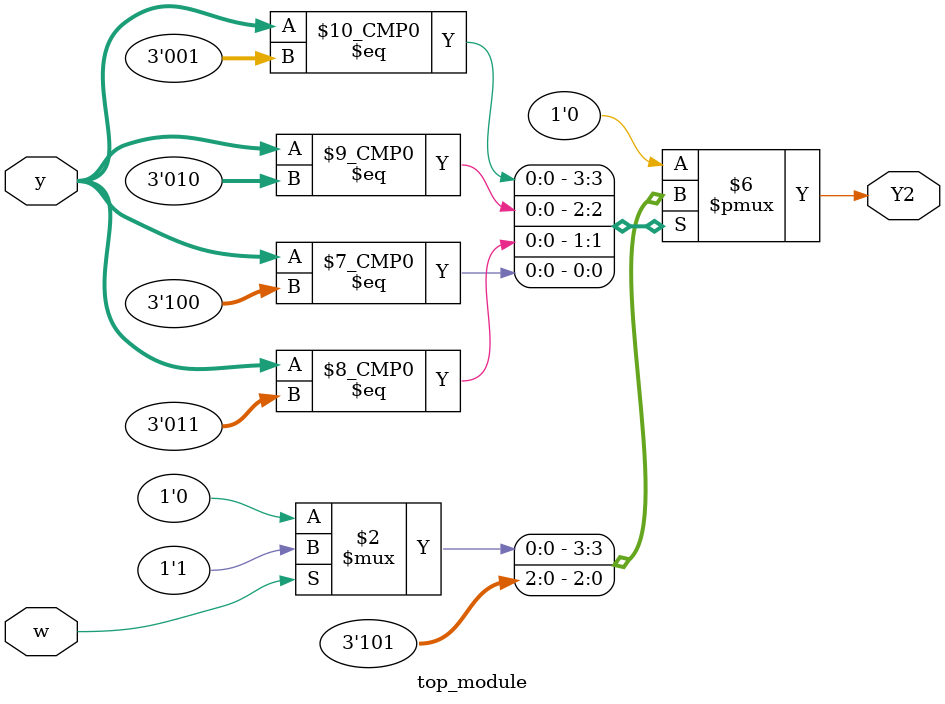
<source format=sv>
module top_module(
    input [3:1] y,
    input w,
    output reg Y2);

    always @(*) begin
        case (y)
            3'b000: Y2 = 1'b0;            // A
            3'b001: Y2 = w ? 1'b1 : 1'b0; // B
            3'b010: Y2 = 1'b1;            // C
            3'b011: Y2 = w ? 1'b0 : 1'b0; // D
            3'b100: Y2 = 1'b1;            // E
            3'b101: Y2 = 1'b0;            // F
            default: Y2 = 1'b0;           // Safety default
        endcase
    end
endmodule

</source>
